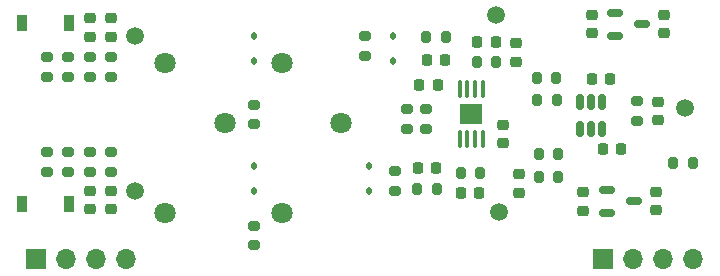
<source format=gbr>
%TF.GenerationSoftware,KiCad,Pcbnew,7.0.9*%
%TF.CreationDate,2024-10-04T13:57:54+02:00*%
%TF.ProjectId,espnow-sonda,6573706e-6f77-42d7-936f-6e64612e6b69,rev?*%
%TF.SameCoordinates,Original*%
%TF.FileFunction,Soldermask,Top*%
%TF.FilePolarity,Negative*%
%FSLAX46Y46*%
G04 Gerber Fmt 4.6, Leading zero omitted, Abs format (unit mm)*
G04 Created by KiCad (PCBNEW 7.0.9) date 2024-10-04 13:57:54*
%MOMM*%
%LPD*%
G01*
G04 APERTURE LIST*
G04 Aperture macros list*
%AMRoundRect*
0 Rectangle with rounded corners*
0 $1 Rounding radius*
0 $2 $3 $4 $5 $6 $7 $8 $9 X,Y pos of 4 corners*
0 Add a 4 corners polygon primitive as box body*
4,1,4,$2,$3,$4,$5,$6,$7,$8,$9,$2,$3,0*
0 Add four circle primitives for the rounded corners*
1,1,$1+$1,$2,$3*
1,1,$1+$1,$4,$5*
1,1,$1+$1,$6,$7*
1,1,$1+$1,$8,$9*
0 Add four rect primitives between the rounded corners*
20,1,$1+$1,$2,$3,$4,$5,0*
20,1,$1+$1,$4,$5,$6,$7,0*
20,1,$1+$1,$6,$7,$8,$9,0*
20,1,$1+$1,$8,$9,$2,$3,0*%
G04 Aperture macros list end*
%ADD10RoundRect,0.225000X0.250000X-0.225000X0.250000X0.225000X-0.250000X0.225000X-0.250000X-0.225000X0*%
%ADD11C,1.500000*%
%ADD12RoundRect,0.200000X-0.200000X-0.275000X0.200000X-0.275000X0.200000X0.275000X-0.200000X0.275000X0*%
%ADD13R,1.700000X1.700000*%
%ADD14O,1.700000X1.700000*%
%ADD15RoundRect,0.225000X-0.250000X0.225000X-0.250000X-0.225000X0.250000X-0.225000X0.250000X0.225000X0*%
%ADD16RoundRect,0.200000X0.275000X-0.200000X0.275000X0.200000X-0.275000X0.200000X-0.275000X-0.200000X0*%
%ADD17RoundRect,0.218750X-0.256250X0.218750X-0.256250X-0.218750X0.256250X-0.218750X0.256250X0.218750X0*%
%ADD18RoundRect,0.150000X-0.512500X-0.150000X0.512500X-0.150000X0.512500X0.150000X-0.512500X0.150000X0*%
%ADD19RoundRect,0.200000X-0.275000X0.200000X-0.275000X-0.200000X0.275000X-0.200000X0.275000X0.200000X0*%
%ADD20RoundRect,0.100000X-0.100000X0.625000X-0.100000X-0.625000X0.100000X-0.625000X0.100000X0.625000X0*%
%ADD21R,1.880000X1.680000*%
%ADD22RoundRect,0.225000X-0.225000X-0.250000X0.225000X-0.250000X0.225000X0.250000X-0.225000X0.250000X0*%
%ADD23RoundRect,0.218750X0.256250X-0.218750X0.256250X0.218750X-0.256250X0.218750X-0.256250X-0.218750X0*%
%ADD24R,0.900000X1.400000*%
%ADD25RoundRect,0.150000X-0.150000X0.512500X-0.150000X-0.512500X0.150000X-0.512500X0.150000X0.512500X0*%
%ADD26RoundRect,0.112500X0.112500X-0.187500X0.112500X0.187500X-0.112500X0.187500X-0.112500X-0.187500X0*%
%ADD27RoundRect,0.200000X0.200000X0.275000X-0.200000X0.275000X-0.200000X-0.275000X0.200000X-0.275000X0*%
%ADD28RoundRect,0.112500X-0.112500X0.187500X-0.112500X-0.187500X0.112500X-0.187500X0.112500X0.187500X0*%
%ADD29RoundRect,0.225000X0.225000X0.250000X-0.225000X0.250000X-0.225000X-0.250000X0.225000X-0.250000X0*%
%ADD30C,1.800000*%
G04 APERTURE END LIST*
D10*
%TO.C,C19*%
X97270000Y-44805000D03*
X97270000Y-43255000D03*
%TD*%
D11*
%TO.C,TP3*%
X89150000Y-43230000D03*
%TD*%
D12*
%TO.C,R21*%
X92775000Y-55000000D03*
X94425000Y-55000000D03*
%TD*%
D10*
%TO.C,C6*%
X56570000Y-59680000D03*
X56570000Y-58130000D03*
%TD*%
D13*
%TO.C,J2*%
X98200000Y-63930000D03*
D14*
X100740000Y-63930000D03*
X103280000Y-63930000D03*
X105820000Y-63930000D03*
%TD*%
D10*
%TO.C,C5*%
X54770000Y-59680000D03*
X54770000Y-58130000D03*
%TD*%
D15*
%TO.C,C15*%
X96562500Y-58255000D03*
X96562500Y-59805000D03*
%TD*%
D11*
%TO.C,TP1*%
X58650000Y-45030000D03*
%TD*%
D16*
%TO.C,R8*%
X56570000Y-48475000D03*
X56570000Y-46825000D03*
%TD*%
D17*
%TO.C,L1*%
X90870000Y-45622500D03*
X90870000Y-47197500D03*
%TD*%
D18*
%TO.C,U4*%
X99232500Y-43080000D03*
X99232500Y-44980000D03*
X101507500Y-44030000D03*
%TD*%
D19*
%TO.C,R5*%
X51150000Y-54855000D03*
X51150000Y-56505000D03*
%TD*%
D20*
%TO.C,U1*%
X88050000Y-49480000D03*
X87400000Y-49480000D03*
X86750000Y-49480000D03*
X86100000Y-49480000D03*
X86100000Y-53780000D03*
X86750000Y-53780000D03*
X87400000Y-53780000D03*
X88050000Y-53780000D03*
D21*
X87075000Y-51630000D03*
%TD*%
D19*
%TO.C,R16*%
X81600000Y-51230000D03*
X81600000Y-52880000D03*
%TD*%
D16*
%TO.C,R22*%
X101150000Y-52180000D03*
X101150000Y-50530000D03*
%TD*%
D15*
%TO.C,C2*%
X54770000Y-43525000D03*
X54770000Y-45075000D03*
%TD*%
D12*
%TO.C,R18*%
X86175000Y-56630000D03*
X87825000Y-56630000D03*
%TD*%
D22*
%TO.C,C10*%
X86225000Y-58330000D03*
X87775000Y-58330000D03*
%TD*%
D16*
%TO.C,R4*%
X51150000Y-48475000D03*
X51150000Y-46825000D03*
%TD*%
D12*
%TO.C,R19*%
X92625000Y-48600000D03*
X94275000Y-48600000D03*
%TD*%
D23*
%TO.C,L2*%
X91100000Y-58287500D03*
X91100000Y-56712500D03*
%TD*%
D24*
%TO.C,C4*%
X52980000Y-59275000D03*
X49080000Y-59275000D03*
%TD*%
D11*
%TO.C,TP2*%
X58650000Y-58130000D03*
%TD*%
D19*
%TO.C,R7*%
X54770000Y-46825000D03*
X54770000Y-48475000D03*
%TD*%
D13*
%TO.C,J1*%
X50200000Y-63930000D03*
D14*
X52740000Y-63930000D03*
X55280000Y-63930000D03*
X57820000Y-63930000D03*
%TD*%
D25*
%TO.C,U3*%
X98190000Y-50582500D03*
X97240000Y-50582500D03*
X96290000Y-50582500D03*
X96290000Y-52857500D03*
X97240000Y-52857500D03*
X98190000Y-52857500D03*
%TD*%
D16*
%TO.C,R26*%
X78075000Y-46675000D03*
X78075000Y-45025000D03*
%TD*%
D10*
%TO.C,C11*%
X102900000Y-52130000D03*
X102900000Y-50580000D03*
%TD*%
D19*
%TO.C,R10*%
X56570000Y-54855000D03*
X56570000Y-56505000D03*
%TD*%
D16*
%TO.C,R11*%
X54770000Y-56505000D03*
X54770000Y-54855000D03*
%TD*%
D19*
%TO.C,R15*%
X83250000Y-51230000D03*
X83250000Y-52880000D03*
%TD*%
D26*
%TO.C,D1*%
X68700000Y-47130000D03*
X68700000Y-45030000D03*
%TD*%
D11*
%TO.C,TP4*%
X89450000Y-59880000D03*
%TD*%
D16*
%TO.C,R6*%
X52950000Y-48475000D03*
X52950000Y-46825000D03*
%TD*%
D15*
%TO.C,C14*%
X102737500Y-58205000D03*
X102737500Y-59755000D03*
%TD*%
D16*
%TO.C,R1*%
X68700000Y-52505000D03*
X68700000Y-50855000D03*
%TD*%
D22*
%TO.C,C9*%
X87600000Y-45530000D03*
X89150000Y-45530000D03*
%TD*%
D19*
%TO.C,R25*%
X80600000Y-56450000D03*
X80600000Y-58100000D03*
%TD*%
D12*
%TO.C,R24*%
X92775000Y-56950000D03*
X94425000Y-56950000D03*
%TD*%
D19*
%TO.C,R3*%
X68700000Y-61105000D03*
X68700000Y-62755000D03*
%TD*%
D27*
%TO.C,R20*%
X94325000Y-50450000D03*
X92675000Y-50450000D03*
%TD*%
D19*
%TO.C,R12*%
X52950000Y-54855000D03*
X52950000Y-56505000D03*
%TD*%
D12*
%TO.C,R17*%
X87562500Y-47230000D03*
X89212500Y-47230000D03*
%TD*%
D18*
%TO.C,U2*%
X98562500Y-58080000D03*
X98562500Y-59980000D03*
X100837500Y-59030000D03*
%TD*%
D12*
%TO.C,R14*%
X82525000Y-57980000D03*
X84175000Y-57980000D03*
%TD*%
D26*
%TO.C,D4*%
X78400000Y-58130000D03*
X78400000Y-56030000D03*
%TD*%
D28*
%TO.C,D3*%
X68700000Y-56030000D03*
X68700000Y-58130000D03*
%TD*%
D29*
%TO.C,C13*%
X98840000Y-48657500D03*
X97290000Y-48657500D03*
%TD*%
D22*
%TO.C,C8*%
X82575000Y-56180000D03*
X84125000Y-56180000D03*
%TD*%
D15*
%TO.C,C3*%
X56570000Y-43525000D03*
X56570000Y-45075000D03*
%TD*%
D12*
%TO.C,R23*%
X104200000Y-55767500D03*
X105850000Y-55767500D03*
%TD*%
D24*
%TO.C,C1*%
X52980000Y-43930000D03*
X49080000Y-43930000D03*
%TD*%
D22*
%TO.C,C17*%
X82675000Y-49130000D03*
X84225000Y-49130000D03*
%TD*%
D28*
%TO.C,D2*%
X80425000Y-45025000D03*
X80425000Y-47125000D03*
%TD*%
D22*
%TO.C,C12*%
X98240000Y-54582500D03*
X99790000Y-54582500D03*
%TD*%
D30*
%TO.C,R9*%
X61175000Y-60005000D03*
X66235000Y-52385000D03*
X61175000Y-47305000D03*
%TD*%
D22*
%TO.C,C7*%
X83300000Y-47075000D03*
X84850000Y-47075000D03*
%TD*%
D15*
%TO.C,C18*%
X103395000Y-43205000D03*
X103395000Y-44755000D03*
%TD*%
D12*
%TO.C,R13*%
X83250000Y-45075000D03*
X84900000Y-45075000D03*
%TD*%
D15*
%TO.C,C16*%
X89800000Y-52525000D03*
X89800000Y-54075000D03*
%TD*%
D30*
%TO.C,R2*%
X71025000Y-60005000D03*
X76085000Y-52385000D03*
X71025000Y-47305000D03*
%TD*%
D11*
%TO.C,TP5*%
X105150000Y-51080000D03*
%TD*%
M02*

</source>
